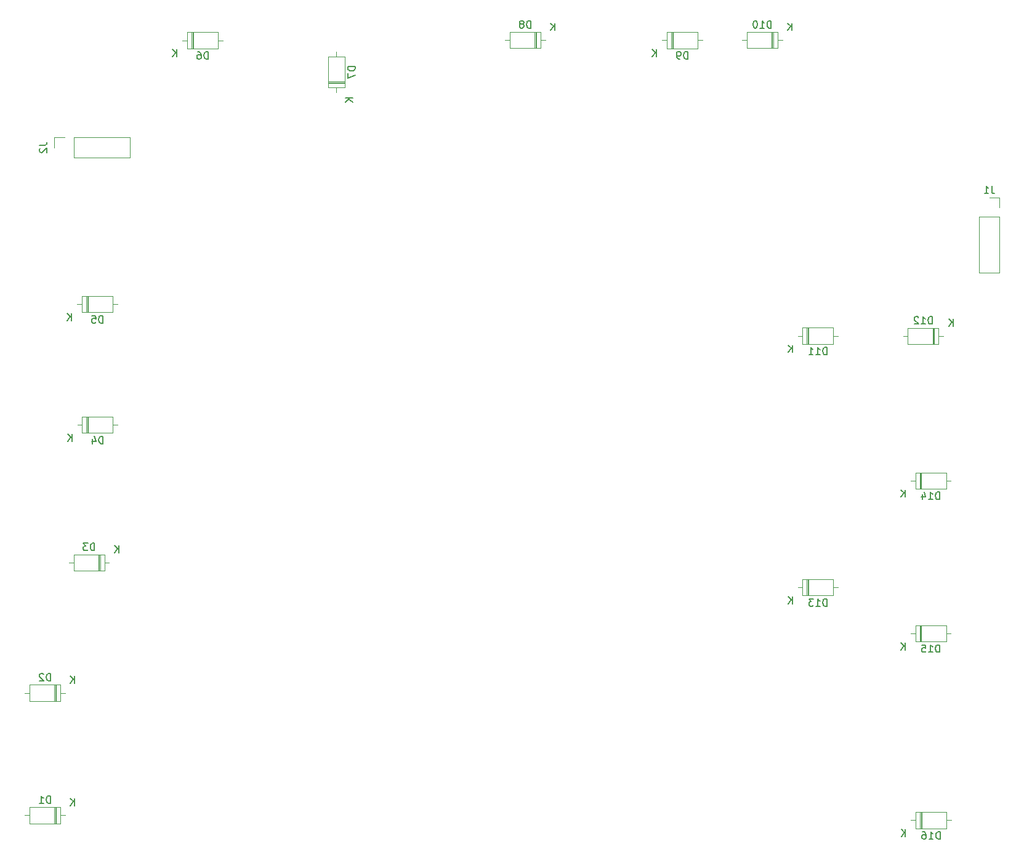
<source format=gbr>
%TF.GenerationSoftware,KiCad,Pcbnew,9.0.3*%
%TF.CreationDate,2025-07-23T10:01:10-06:00*%
%TF.ProjectId,ARC-210-Master-Board,4152432d-3231-4302-9d4d-61737465722d,rev?*%
%TF.SameCoordinates,Original*%
%TF.FileFunction,Legend,Bot*%
%TF.FilePolarity,Positive*%
%FSLAX46Y46*%
G04 Gerber Fmt 4.6, Leading zero omitted, Abs format (unit mm)*
G04 Created by KiCad (PCBNEW 9.0.3) date 2025-07-23 10:01:10*
%MOMM*%
%LPD*%
G01*
G04 APERTURE LIST*
%ADD10C,0.150000*%
%ADD11C,0.120000*%
G04 APERTURE END LIST*
D10*
X191814285Y-74814819D02*
X191814285Y-73814819D01*
X191814285Y-73814819D02*
X191576190Y-73814819D01*
X191576190Y-73814819D02*
X191433333Y-73862438D01*
X191433333Y-73862438D02*
X191338095Y-73957676D01*
X191338095Y-73957676D02*
X191290476Y-74052914D01*
X191290476Y-74052914D02*
X191242857Y-74243390D01*
X191242857Y-74243390D02*
X191242857Y-74386247D01*
X191242857Y-74386247D02*
X191290476Y-74576723D01*
X191290476Y-74576723D02*
X191338095Y-74671961D01*
X191338095Y-74671961D02*
X191433333Y-74767200D01*
X191433333Y-74767200D02*
X191576190Y-74814819D01*
X191576190Y-74814819D02*
X191814285Y-74814819D01*
X190290476Y-74814819D02*
X190861904Y-74814819D01*
X190576190Y-74814819D02*
X190576190Y-73814819D01*
X190576190Y-73814819D02*
X190671428Y-73957676D01*
X190671428Y-73957676D02*
X190766666Y-74052914D01*
X190766666Y-74052914D02*
X190861904Y-74100533D01*
X189338095Y-74814819D02*
X189909523Y-74814819D01*
X189623809Y-74814819D02*
X189623809Y-73814819D01*
X189623809Y-73814819D02*
X189719047Y-73957676D01*
X189719047Y-73957676D02*
X189814285Y-74052914D01*
X189814285Y-74052914D02*
X189909523Y-74100533D01*
X187051904Y-74494819D02*
X187051904Y-73494819D01*
X186480476Y-74494819D02*
X186909047Y-73923390D01*
X186480476Y-73494819D02*
X187051904Y-74066247D01*
X207374285Y-141424819D02*
X207374285Y-140424819D01*
X207374285Y-140424819D02*
X207136190Y-140424819D01*
X207136190Y-140424819D02*
X206993333Y-140472438D01*
X206993333Y-140472438D02*
X206898095Y-140567676D01*
X206898095Y-140567676D02*
X206850476Y-140662914D01*
X206850476Y-140662914D02*
X206802857Y-140853390D01*
X206802857Y-140853390D02*
X206802857Y-140996247D01*
X206802857Y-140996247D02*
X206850476Y-141186723D01*
X206850476Y-141186723D02*
X206898095Y-141281961D01*
X206898095Y-141281961D02*
X206993333Y-141377200D01*
X206993333Y-141377200D02*
X207136190Y-141424819D01*
X207136190Y-141424819D02*
X207374285Y-141424819D01*
X205850476Y-141424819D02*
X206421904Y-141424819D01*
X206136190Y-141424819D02*
X206136190Y-140424819D01*
X206136190Y-140424819D02*
X206231428Y-140567676D01*
X206231428Y-140567676D02*
X206326666Y-140662914D01*
X206326666Y-140662914D02*
X206421904Y-140710533D01*
X204993333Y-140424819D02*
X205183809Y-140424819D01*
X205183809Y-140424819D02*
X205279047Y-140472438D01*
X205279047Y-140472438D02*
X205326666Y-140520057D01*
X205326666Y-140520057D02*
X205421904Y-140662914D01*
X205421904Y-140662914D02*
X205469523Y-140853390D01*
X205469523Y-140853390D02*
X205469523Y-141234342D01*
X205469523Y-141234342D02*
X205421904Y-141329580D01*
X205421904Y-141329580D02*
X205374285Y-141377200D01*
X205374285Y-141377200D02*
X205279047Y-141424819D01*
X205279047Y-141424819D02*
X205088571Y-141424819D01*
X205088571Y-141424819D02*
X204993333Y-141377200D01*
X204993333Y-141377200D02*
X204945714Y-141329580D01*
X204945714Y-141329580D02*
X204898095Y-141234342D01*
X204898095Y-141234342D02*
X204898095Y-140996247D01*
X204898095Y-140996247D02*
X204945714Y-140901009D01*
X204945714Y-140901009D02*
X204993333Y-140853390D01*
X204993333Y-140853390D02*
X205088571Y-140805771D01*
X205088571Y-140805771D02*
X205279047Y-140805771D01*
X205279047Y-140805771D02*
X205374285Y-140853390D01*
X205374285Y-140853390D02*
X205421904Y-140901009D01*
X205421904Y-140901009D02*
X205469523Y-140996247D01*
X202611904Y-141104819D02*
X202611904Y-140104819D01*
X202040476Y-141104819D02*
X202469047Y-140533390D01*
X202040476Y-140104819D02*
X202611904Y-140676247D01*
X172688094Y-34144819D02*
X172688094Y-33144819D01*
X172688094Y-33144819D02*
X172449999Y-33144819D01*
X172449999Y-33144819D02*
X172307142Y-33192438D01*
X172307142Y-33192438D02*
X172211904Y-33287676D01*
X172211904Y-33287676D02*
X172164285Y-33382914D01*
X172164285Y-33382914D02*
X172116666Y-33573390D01*
X172116666Y-33573390D02*
X172116666Y-33716247D01*
X172116666Y-33716247D02*
X172164285Y-33906723D01*
X172164285Y-33906723D02*
X172211904Y-34001961D01*
X172211904Y-34001961D02*
X172307142Y-34097200D01*
X172307142Y-34097200D02*
X172449999Y-34144819D01*
X172449999Y-34144819D02*
X172688094Y-34144819D01*
X171640475Y-34144819D02*
X171449999Y-34144819D01*
X171449999Y-34144819D02*
X171354761Y-34097200D01*
X171354761Y-34097200D02*
X171307142Y-34049580D01*
X171307142Y-34049580D02*
X171211904Y-33906723D01*
X171211904Y-33906723D02*
X171164285Y-33716247D01*
X171164285Y-33716247D02*
X171164285Y-33335295D01*
X171164285Y-33335295D02*
X171211904Y-33240057D01*
X171211904Y-33240057D02*
X171259523Y-33192438D01*
X171259523Y-33192438D02*
X171354761Y-33144819D01*
X171354761Y-33144819D02*
X171545237Y-33144819D01*
X171545237Y-33144819D02*
X171640475Y-33192438D01*
X171640475Y-33192438D02*
X171688094Y-33240057D01*
X171688094Y-33240057D02*
X171735713Y-33335295D01*
X171735713Y-33335295D02*
X171735713Y-33573390D01*
X171735713Y-33573390D02*
X171688094Y-33668628D01*
X171688094Y-33668628D02*
X171640475Y-33716247D01*
X171640475Y-33716247D02*
X171545237Y-33763866D01*
X171545237Y-33763866D02*
X171354761Y-33763866D01*
X171354761Y-33763866D02*
X171259523Y-33716247D01*
X171259523Y-33716247D02*
X171211904Y-33668628D01*
X171211904Y-33668628D02*
X171164285Y-33573390D01*
X168401904Y-33824819D02*
X168401904Y-32824819D01*
X167830476Y-33824819D02*
X168259047Y-33253390D01*
X167830476Y-32824819D02*
X168401904Y-33396247D01*
X83574819Y-46006666D02*
X84289104Y-46006666D01*
X84289104Y-46006666D02*
X84431961Y-45959047D01*
X84431961Y-45959047D02*
X84527200Y-45863809D01*
X84527200Y-45863809D02*
X84574819Y-45720952D01*
X84574819Y-45720952D02*
X84574819Y-45625714D01*
X83670057Y-46435238D02*
X83622438Y-46482857D01*
X83622438Y-46482857D02*
X83574819Y-46578095D01*
X83574819Y-46578095D02*
X83574819Y-46816190D01*
X83574819Y-46816190D02*
X83622438Y-46911428D01*
X83622438Y-46911428D02*
X83670057Y-46959047D01*
X83670057Y-46959047D02*
X83765295Y-47006666D01*
X83765295Y-47006666D02*
X83860533Y-47006666D01*
X83860533Y-47006666D02*
X84003390Y-46959047D01*
X84003390Y-46959047D02*
X84574819Y-46387619D01*
X84574819Y-46387619D02*
X84574819Y-47006666D01*
X207324285Y-115734819D02*
X207324285Y-114734819D01*
X207324285Y-114734819D02*
X207086190Y-114734819D01*
X207086190Y-114734819D02*
X206943333Y-114782438D01*
X206943333Y-114782438D02*
X206848095Y-114877676D01*
X206848095Y-114877676D02*
X206800476Y-114972914D01*
X206800476Y-114972914D02*
X206752857Y-115163390D01*
X206752857Y-115163390D02*
X206752857Y-115306247D01*
X206752857Y-115306247D02*
X206800476Y-115496723D01*
X206800476Y-115496723D02*
X206848095Y-115591961D01*
X206848095Y-115591961D02*
X206943333Y-115687200D01*
X206943333Y-115687200D02*
X207086190Y-115734819D01*
X207086190Y-115734819D02*
X207324285Y-115734819D01*
X205800476Y-115734819D02*
X206371904Y-115734819D01*
X206086190Y-115734819D02*
X206086190Y-114734819D01*
X206086190Y-114734819D02*
X206181428Y-114877676D01*
X206181428Y-114877676D02*
X206276666Y-114972914D01*
X206276666Y-114972914D02*
X206371904Y-115020533D01*
X204895714Y-114734819D02*
X205371904Y-114734819D01*
X205371904Y-114734819D02*
X205419523Y-115211009D01*
X205419523Y-115211009D02*
X205371904Y-115163390D01*
X205371904Y-115163390D02*
X205276666Y-115115771D01*
X205276666Y-115115771D02*
X205038571Y-115115771D01*
X205038571Y-115115771D02*
X204943333Y-115163390D01*
X204943333Y-115163390D02*
X204895714Y-115211009D01*
X204895714Y-115211009D02*
X204848095Y-115306247D01*
X204848095Y-115306247D02*
X204848095Y-115544342D01*
X204848095Y-115544342D02*
X204895714Y-115639580D01*
X204895714Y-115639580D02*
X204943333Y-115687200D01*
X204943333Y-115687200D02*
X205038571Y-115734819D01*
X205038571Y-115734819D02*
X205276666Y-115734819D01*
X205276666Y-115734819D02*
X205371904Y-115687200D01*
X205371904Y-115687200D02*
X205419523Y-115639580D01*
X202561904Y-115414819D02*
X202561904Y-114414819D01*
X201990476Y-115414819D02*
X202419047Y-114843390D01*
X201990476Y-114414819D02*
X202561904Y-114986247D01*
X91108094Y-101754819D02*
X91108094Y-100754819D01*
X91108094Y-100754819D02*
X90869999Y-100754819D01*
X90869999Y-100754819D02*
X90727142Y-100802438D01*
X90727142Y-100802438D02*
X90631904Y-100897676D01*
X90631904Y-100897676D02*
X90584285Y-100992914D01*
X90584285Y-100992914D02*
X90536666Y-101183390D01*
X90536666Y-101183390D02*
X90536666Y-101326247D01*
X90536666Y-101326247D02*
X90584285Y-101516723D01*
X90584285Y-101516723D02*
X90631904Y-101611961D01*
X90631904Y-101611961D02*
X90727142Y-101707200D01*
X90727142Y-101707200D02*
X90869999Y-101754819D01*
X90869999Y-101754819D02*
X91108094Y-101754819D01*
X90203332Y-100754819D02*
X89584285Y-100754819D01*
X89584285Y-100754819D02*
X89917618Y-101135771D01*
X89917618Y-101135771D02*
X89774761Y-101135771D01*
X89774761Y-101135771D02*
X89679523Y-101183390D01*
X89679523Y-101183390D02*
X89631904Y-101231009D01*
X89631904Y-101231009D02*
X89584285Y-101326247D01*
X89584285Y-101326247D02*
X89584285Y-101564342D01*
X89584285Y-101564342D02*
X89631904Y-101659580D01*
X89631904Y-101659580D02*
X89679523Y-101707200D01*
X89679523Y-101707200D02*
X89774761Y-101754819D01*
X89774761Y-101754819D02*
X90060475Y-101754819D01*
X90060475Y-101754819D02*
X90155713Y-101707200D01*
X90155713Y-101707200D02*
X90203332Y-101659580D01*
X94441904Y-102074819D02*
X94441904Y-101074819D01*
X93870476Y-102074819D02*
X94299047Y-101503390D01*
X93870476Y-101074819D02*
X94441904Y-101646247D01*
X214483333Y-51644819D02*
X214483333Y-52359104D01*
X214483333Y-52359104D02*
X214530952Y-52501961D01*
X214530952Y-52501961D02*
X214626190Y-52597200D01*
X214626190Y-52597200D02*
X214769047Y-52644819D01*
X214769047Y-52644819D02*
X214864285Y-52644819D01*
X213483333Y-52644819D02*
X214054761Y-52644819D01*
X213769047Y-52644819D02*
X213769047Y-51644819D01*
X213769047Y-51644819D02*
X213864285Y-51787676D01*
X213864285Y-51787676D02*
X213959523Y-51882914D01*
X213959523Y-51882914D02*
X214054761Y-51930533D01*
X184154285Y-29894819D02*
X184154285Y-28894819D01*
X184154285Y-28894819D02*
X183916190Y-28894819D01*
X183916190Y-28894819D02*
X183773333Y-28942438D01*
X183773333Y-28942438D02*
X183678095Y-29037676D01*
X183678095Y-29037676D02*
X183630476Y-29132914D01*
X183630476Y-29132914D02*
X183582857Y-29323390D01*
X183582857Y-29323390D02*
X183582857Y-29466247D01*
X183582857Y-29466247D02*
X183630476Y-29656723D01*
X183630476Y-29656723D02*
X183678095Y-29751961D01*
X183678095Y-29751961D02*
X183773333Y-29847200D01*
X183773333Y-29847200D02*
X183916190Y-29894819D01*
X183916190Y-29894819D02*
X184154285Y-29894819D01*
X182630476Y-29894819D02*
X183201904Y-29894819D01*
X182916190Y-29894819D02*
X182916190Y-28894819D01*
X182916190Y-28894819D02*
X183011428Y-29037676D01*
X183011428Y-29037676D02*
X183106666Y-29132914D01*
X183106666Y-29132914D02*
X183201904Y-29180533D01*
X182011428Y-28894819D02*
X181916190Y-28894819D01*
X181916190Y-28894819D02*
X181820952Y-28942438D01*
X181820952Y-28942438D02*
X181773333Y-28990057D01*
X181773333Y-28990057D02*
X181725714Y-29085295D01*
X181725714Y-29085295D02*
X181678095Y-29275771D01*
X181678095Y-29275771D02*
X181678095Y-29513866D01*
X181678095Y-29513866D02*
X181725714Y-29704342D01*
X181725714Y-29704342D02*
X181773333Y-29799580D01*
X181773333Y-29799580D02*
X181820952Y-29847200D01*
X181820952Y-29847200D02*
X181916190Y-29894819D01*
X181916190Y-29894819D02*
X182011428Y-29894819D01*
X182011428Y-29894819D02*
X182106666Y-29847200D01*
X182106666Y-29847200D02*
X182154285Y-29799580D01*
X182154285Y-29799580D02*
X182201904Y-29704342D01*
X182201904Y-29704342D02*
X182249523Y-29513866D01*
X182249523Y-29513866D02*
X182249523Y-29275771D01*
X182249523Y-29275771D02*
X182201904Y-29085295D01*
X182201904Y-29085295D02*
X182154285Y-28990057D01*
X182154285Y-28990057D02*
X182106666Y-28942438D01*
X182106666Y-28942438D02*
X182011428Y-28894819D01*
X187011904Y-30214819D02*
X187011904Y-29214819D01*
X186440476Y-30214819D02*
X186869047Y-29643390D01*
X186440476Y-29214819D02*
X187011904Y-29786247D01*
X92278094Y-87044819D02*
X92278094Y-86044819D01*
X92278094Y-86044819D02*
X92039999Y-86044819D01*
X92039999Y-86044819D02*
X91897142Y-86092438D01*
X91897142Y-86092438D02*
X91801904Y-86187676D01*
X91801904Y-86187676D02*
X91754285Y-86282914D01*
X91754285Y-86282914D02*
X91706666Y-86473390D01*
X91706666Y-86473390D02*
X91706666Y-86616247D01*
X91706666Y-86616247D02*
X91754285Y-86806723D01*
X91754285Y-86806723D02*
X91801904Y-86901961D01*
X91801904Y-86901961D02*
X91897142Y-86997200D01*
X91897142Y-86997200D02*
X92039999Y-87044819D01*
X92039999Y-87044819D02*
X92278094Y-87044819D01*
X90849523Y-86378152D02*
X90849523Y-87044819D01*
X91087618Y-85997200D02*
X91325713Y-86711485D01*
X91325713Y-86711485D02*
X90706666Y-86711485D01*
X87991904Y-86724819D02*
X87991904Y-85724819D01*
X87420476Y-86724819D02*
X87849047Y-86153390D01*
X87420476Y-85724819D02*
X87991904Y-86296247D01*
X85048094Y-136504819D02*
X85048094Y-135504819D01*
X85048094Y-135504819D02*
X84809999Y-135504819D01*
X84809999Y-135504819D02*
X84667142Y-135552438D01*
X84667142Y-135552438D02*
X84571904Y-135647676D01*
X84571904Y-135647676D02*
X84524285Y-135742914D01*
X84524285Y-135742914D02*
X84476666Y-135933390D01*
X84476666Y-135933390D02*
X84476666Y-136076247D01*
X84476666Y-136076247D02*
X84524285Y-136266723D01*
X84524285Y-136266723D02*
X84571904Y-136361961D01*
X84571904Y-136361961D02*
X84667142Y-136457200D01*
X84667142Y-136457200D02*
X84809999Y-136504819D01*
X84809999Y-136504819D02*
X85048094Y-136504819D01*
X83524285Y-136504819D02*
X84095713Y-136504819D01*
X83809999Y-136504819D02*
X83809999Y-135504819D01*
X83809999Y-135504819D02*
X83905237Y-135647676D01*
X83905237Y-135647676D02*
X84000475Y-135742914D01*
X84000475Y-135742914D02*
X84095713Y-135790533D01*
X88381904Y-136824819D02*
X88381904Y-135824819D01*
X87810476Y-136824819D02*
X88239047Y-136253390D01*
X87810476Y-135824819D02*
X88381904Y-136396247D01*
X106728094Y-34164819D02*
X106728094Y-33164819D01*
X106728094Y-33164819D02*
X106489999Y-33164819D01*
X106489999Y-33164819D02*
X106347142Y-33212438D01*
X106347142Y-33212438D02*
X106251904Y-33307676D01*
X106251904Y-33307676D02*
X106204285Y-33402914D01*
X106204285Y-33402914D02*
X106156666Y-33593390D01*
X106156666Y-33593390D02*
X106156666Y-33736247D01*
X106156666Y-33736247D02*
X106204285Y-33926723D01*
X106204285Y-33926723D02*
X106251904Y-34021961D01*
X106251904Y-34021961D02*
X106347142Y-34117200D01*
X106347142Y-34117200D02*
X106489999Y-34164819D01*
X106489999Y-34164819D02*
X106728094Y-34164819D01*
X105299523Y-33164819D02*
X105489999Y-33164819D01*
X105489999Y-33164819D02*
X105585237Y-33212438D01*
X105585237Y-33212438D02*
X105632856Y-33260057D01*
X105632856Y-33260057D02*
X105728094Y-33402914D01*
X105728094Y-33402914D02*
X105775713Y-33593390D01*
X105775713Y-33593390D02*
X105775713Y-33974342D01*
X105775713Y-33974342D02*
X105728094Y-34069580D01*
X105728094Y-34069580D02*
X105680475Y-34117200D01*
X105680475Y-34117200D02*
X105585237Y-34164819D01*
X105585237Y-34164819D02*
X105394761Y-34164819D01*
X105394761Y-34164819D02*
X105299523Y-34117200D01*
X105299523Y-34117200D02*
X105251904Y-34069580D01*
X105251904Y-34069580D02*
X105204285Y-33974342D01*
X105204285Y-33974342D02*
X105204285Y-33736247D01*
X105204285Y-33736247D02*
X105251904Y-33641009D01*
X105251904Y-33641009D02*
X105299523Y-33593390D01*
X105299523Y-33593390D02*
X105394761Y-33545771D01*
X105394761Y-33545771D02*
X105585237Y-33545771D01*
X105585237Y-33545771D02*
X105680475Y-33593390D01*
X105680475Y-33593390D02*
X105728094Y-33641009D01*
X105728094Y-33641009D02*
X105775713Y-33736247D01*
X102441904Y-33844819D02*
X102441904Y-32844819D01*
X101870476Y-33844819D02*
X102299047Y-33273390D01*
X101870476Y-32844819D02*
X102441904Y-33416247D01*
X92248094Y-70454819D02*
X92248094Y-69454819D01*
X92248094Y-69454819D02*
X92009999Y-69454819D01*
X92009999Y-69454819D02*
X91867142Y-69502438D01*
X91867142Y-69502438D02*
X91771904Y-69597676D01*
X91771904Y-69597676D02*
X91724285Y-69692914D01*
X91724285Y-69692914D02*
X91676666Y-69883390D01*
X91676666Y-69883390D02*
X91676666Y-70026247D01*
X91676666Y-70026247D02*
X91724285Y-70216723D01*
X91724285Y-70216723D02*
X91771904Y-70311961D01*
X91771904Y-70311961D02*
X91867142Y-70407200D01*
X91867142Y-70407200D02*
X92009999Y-70454819D01*
X92009999Y-70454819D02*
X92248094Y-70454819D01*
X90771904Y-69454819D02*
X91248094Y-69454819D01*
X91248094Y-69454819D02*
X91295713Y-69931009D01*
X91295713Y-69931009D02*
X91248094Y-69883390D01*
X91248094Y-69883390D02*
X91152856Y-69835771D01*
X91152856Y-69835771D02*
X90914761Y-69835771D01*
X90914761Y-69835771D02*
X90819523Y-69883390D01*
X90819523Y-69883390D02*
X90771904Y-69931009D01*
X90771904Y-69931009D02*
X90724285Y-70026247D01*
X90724285Y-70026247D02*
X90724285Y-70264342D01*
X90724285Y-70264342D02*
X90771904Y-70359580D01*
X90771904Y-70359580D02*
X90819523Y-70407200D01*
X90819523Y-70407200D02*
X90914761Y-70454819D01*
X90914761Y-70454819D02*
X91152856Y-70454819D01*
X91152856Y-70454819D02*
X91248094Y-70407200D01*
X91248094Y-70407200D02*
X91295713Y-70359580D01*
X87961904Y-70134819D02*
X87961904Y-69134819D01*
X87390476Y-70134819D02*
X87819047Y-69563390D01*
X87390476Y-69134819D02*
X87961904Y-69706247D01*
X126954819Y-35221905D02*
X125954819Y-35221905D01*
X125954819Y-35221905D02*
X125954819Y-35460000D01*
X125954819Y-35460000D02*
X126002438Y-35602857D01*
X126002438Y-35602857D02*
X126097676Y-35698095D01*
X126097676Y-35698095D02*
X126192914Y-35745714D01*
X126192914Y-35745714D02*
X126383390Y-35793333D01*
X126383390Y-35793333D02*
X126526247Y-35793333D01*
X126526247Y-35793333D02*
X126716723Y-35745714D01*
X126716723Y-35745714D02*
X126811961Y-35698095D01*
X126811961Y-35698095D02*
X126907200Y-35602857D01*
X126907200Y-35602857D02*
X126954819Y-35460000D01*
X126954819Y-35460000D02*
X126954819Y-35221905D01*
X125954819Y-36126667D02*
X125954819Y-36793333D01*
X125954819Y-36793333D02*
X126954819Y-36364762D01*
X126634819Y-39508095D02*
X125634819Y-39508095D01*
X126634819Y-40079523D02*
X126063390Y-39650952D01*
X125634819Y-40079523D02*
X126206247Y-39508095D01*
X191814285Y-109394819D02*
X191814285Y-108394819D01*
X191814285Y-108394819D02*
X191576190Y-108394819D01*
X191576190Y-108394819D02*
X191433333Y-108442438D01*
X191433333Y-108442438D02*
X191338095Y-108537676D01*
X191338095Y-108537676D02*
X191290476Y-108632914D01*
X191290476Y-108632914D02*
X191242857Y-108823390D01*
X191242857Y-108823390D02*
X191242857Y-108966247D01*
X191242857Y-108966247D02*
X191290476Y-109156723D01*
X191290476Y-109156723D02*
X191338095Y-109251961D01*
X191338095Y-109251961D02*
X191433333Y-109347200D01*
X191433333Y-109347200D02*
X191576190Y-109394819D01*
X191576190Y-109394819D02*
X191814285Y-109394819D01*
X190290476Y-109394819D02*
X190861904Y-109394819D01*
X190576190Y-109394819D02*
X190576190Y-108394819D01*
X190576190Y-108394819D02*
X190671428Y-108537676D01*
X190671428Y-108537676D02*
X190766666Y-108632914D01*
X190766666Y-108632914D02*
X190861904Y-108680533D01*
X189957142Y-108394819D02*
X189338095Y-108394819D01*
X189338095Y-108394819D02*
X189671428Y-108775771D01*
X189671428Y-108775771D02*
X189528571Y-108775771D01*
X189528571Y-108775771D02*
X189433333Y-108823390D01*
X189433333Y-108823390D02*
X189385714Y-108871009D01*
X189385714Y-108871009D02*
X189338095Y-108966247D01*
X189338095Y-108966247D02*
X189338095Y-109204342D01*
X189338095Y-109204342D02*
X189385714Y-109299580D01*
X189385714Y-109299580D02*
X189433333Y-109347200D01*
X189433333Y-109347200D02*
X189528571Y-109394819D01*
X189528571Y-109394819D02*
X189814285Y-109394819D01*
X189814285Y-109394819D02*
X189909523Y-109347200D01*
X189909523Y-109347200D02*
X189957142Y-109299580D01*
X187051904Y-109074819D02*
X187051904Y-108074819D01*
X186480476Y-109074819D02*
X186909047Y-108503390D01*
X186480476Y-108074819D02*
X187051904Y-108646247D01*
X206294285Y-70594819D02*
X206294285Y-69594819D01*
X206294285Y-69594819D02*
X206056190Y-69594819D01*
X206056190Y-69594819D02*
X205913333Y-69642438D01*
X205913333Y-69642438D02*
X205818095Y-69737676D01*
X205818095Y-69737676D02*
X205770476Y-69832914D01*
X205770476Y-69832914D02*
X205722857Y-70023390D01*
X205722857Y-70023390D02*
X205722857Y-70166247D01*
X205722857Y-70166247D02*
X205770476Y-70356723D01*
X205770476Y-70356723D02*
X205818095Y-70451961D01*
X205818095Y-70451961D02*
X205913333Y-70547200D01*
X205913333Y-70547200D02*
X206056190Y-70594819D01*
X206056190Y-70594819D02*
X206294285Y-70594819D01*
X204770476Y-70594819D02*
X205341904Y-70594819D01*
X205056190Y-70594819D02*
X205056190Y-69594819D01*
X205056190Y-69594819D02*
X205151428Y-69737676D01*
X205151428Y-69737676D02*
X205246666Y-69832914D01*
X205246666Y-69832914D02*
X205341904Y-69880533D01*
X204389523Y-69690057D02*
X204341904Y-69642438D01*
X204341904Y-69642438D02*
X204246666Y-69594819D01*
X204246666Y-69594819D02*
X204008571Y-69594819D01*
X204008571Y-69594819D02*
X203913333Y-69642438D01*
X203913333Y-69642438D02*
X203865714Y-69690057D01*
X203865714Y-69690057D02*
X203818095Y-69785295D01*
X203818095Y-69785295D02*
X203818095Y-69880533D01*
X203818095Y-69880533D02*
X203865714Y-70023390D01*
X203865714Y-70023390D02*
X204437142Y-70594819D01*
X204437142Y-70594819D02*
X203818095Y-70594819D01*
X209151904Y-70914819D02*
X209151904Y-69914819D01*
X208580476Y-70914819D02*
X209009047Y-70343390D01*
X208580476Y-69914819D02*
X209151904Y-70486247D01*
X85048094Y-119674819D02*
X85048094Y-118674819D01*
X85048094Y-118674819D02*
X84809999Y-118674819D01*
X84809999Y-118674819D02*
X84667142Y-118722438D01*
X84667142Y-118722438D02*
X84571904Y-118817676D01*
X84571904Y-118817676D02*
X84524285Y-118912914D01*
X84524285Y-118912914D02*
X84476666Y-119103390D01*
X84476666Y-119103390D02*
X84476666Y-119246247D01*
X84476666Y-119246247D02*
X84524285Y-119436723D01*
X84524285Y-119436723D02*
X84571904Y-119531961D01*
X84571904Y-119531961D02*
X84667142Y-119627200D01*
X84667142Y-119627200D02*
X84809999Y-119674819D01*
X84809999Y-119674819D02*
X85048094Y-119674819D01*
X84095713Y-118770057D02*
X84048094Y-118722438D01*
X84048094Y-118722438D02*
X83952856Y-118674819D01*
X83952856Y-118674819D02*
X83714761Y-118674819D01*
X83714761Y-118674819D02*
X83619523Y-118722438D01*
X83619523Y-118722438D02*
X83571904Y-118770057D01*
X83571904Y-118770057D02*
X83524285Y-118865295D01*
X83524285Y-118865295D02*
X83524285Y-118960533D01*
X83524285Y-118960533D02*
X83571904Y-119103390D01*
X83571904Y-119103390D02*
X84143332Y-119674819D01*
X84143332Y-119674819D02*
X83524285Y-119674819D01*
X88381904Y-119994819D02*
X88381904Y-118994819D01*
X87810476Y-119994819D02*
X88239047Y-119423390D01*
X87810476Y-118994819D02*
X88381904Y-119566247D01*
X207324285Y-94724819D02*
X207324285Y-93724819D01*
X207324285Y-93724819D02*
X207086190Y-93724819D01*
X207086190Y-93724819D02*
X206943333Y-93772438D01*
X206943333Y-93772438D02*
X206848095Y-93867676D01*
X206848095Y-93867676D02*
X206800476Y-93962914D01*
X206800476Y-93962914D02*
X206752857Y-94153390D01*
X206752857Y-94153390D02*
X206752857Y-94296247D01*
X206752857Y-94296247D02*
X206800476Y-94486723D01*
X206800476Y-94486723D02*
X206848095Y-94581961D01*
X206848095Y-94581961D02*
X206943333Y-94677200D01*
X206943333Y-94677200D02*
X207086190Y-94724819D01*
X207086190Y-94724819D02*
X207324285Y-94724819D01*
X205800476Y-94724819D02*
X206371904Y-94724819D01*
X206086190Y-94724819D02*
X206086190Y-93724819D01*
X206086190Y-93724819D02*
X206181428Y-93867676D01*
X206181428Y-93867676D02*
X206276666Y-93962914D01*
X206276666Y-93962914D02*
X206371904Y-94010533D01*
X204943333Y-94058152D02*
X204943333Y-94724819D01*
X205181428Y-93677200D02*
X205419523Y-94391485D01*
X205419523Y-94391485D02*
X204800476Y-94391485D01*
X202561904Y-94404819D02*
X202561904Y-93404819D01*
X201990476Y-94404819D02*
X202419047Y-93833390D01*
X201990476Y-93404819D02*
X202561904Y-93976247D01*
X151088094Y-29894819D02*
X151088094Y-28894819D01*
X151088094Y-28894819D02*
X150849999Y-28894819D01*
X150849999Y-28894819D02*
X150707142Y-28942438D01*
X150707142Y-28942438D02*
X150611904Y-29037676D01*
X150611904Y-29037676D02*
X150564285Y-29132914D01*
X150564285Y-29132914D02*
X150516666Y-29323390D01*
X150516666Y-29323390D02*
X150516666Y-29466247D01*
X150516666Y-29466247D02*
X150564285Y-29656723D01*
X150564285Y-29656723D02*
X150611904Y-29751961D01*
X150611904Y-29751961D02*
X150707142Y-29847200D01*
X150707142Y-29847200D02*
X150849999Y-29894819D01*
X150849999Y-29894819D02*
X151088094Y-29894819D01*
X149945237Y-29323390D02*
X150040475Y-29275771D01*
X150040475Y-29275771D02*
X150088094Y-29228152D01*
X150088094Y-29228152D02*
X150135713Y-29132914D01*
X150135713Y-29132914D02*
X150135713Y-29085295D01*
X150135713Y-29085295D02*
X150088094Y-28990057D01*
X150088094Y-28990057D02*
X150040475Y-28942438D01*
X150040475Y-28942438D02*
X149945237Y-28894819D01*
X149945237Y-28894819D02*
X149754761Y-28894819D01*
X149754761Y-28894819D02*
X149659523Y-28942438D01*
X149659523Y-28942438D02*
X149611904Y-28990057D01*
X149611904Y-28990057D02*
X149564285Y-29085295D01*
X149564285Y-29085295D02*
X149564285Y-29132914D01*
X149564285Y-29132914D02*
X149611904Y-29228152D01*
X149611904Y-29228152D02*
X149659523Y-29275771D01*
X149659523Y-29275771D02*
X149754761Y-29323390D01*
X149754761Y-29323390D02*
X149945237Y-29323390D01*
X149945237Y-29323390D02*
X150040475Y-29371009D01*
X150040475Y-29371009D02*
X150088094Y-29418628D01*
X150088094Y-29418628D02*
X150135713Y-29513866D01*
X150135713Y-29513866D02*
X150135713Y-29704342D01*
X150135713Y-29704342D02*
X150088094Y-29799580D01*
X150088094Y-29799580D02*
X150040475Y-29847200D01*
X150040475Y-29847200D02*
X149945237Y-29894819D01*
X149945237Y-29894819D02*
X149754761Y-29894819D01*
X149754761Y-29894819D02*
X149659523Y-29847200D01*
X149659523Y-29847200D02*
X149611904Y-29799580D01*
X149611904Y-29799580D02*
X149564285Y-29704342D01*
X149564285Y-29704342D02*
X149564285Y-29513866D01*
X149564285Y-29513866D02*
X149611904Y-29418628D01*
X149611904Y-29418628D02*
X149659523Y-29371009D01*
X149659523Y-29371009D02*
X149754761Y-29323390D01*
X154421904Y-30214819D02*
X154421904Y-29214819D01*
X153850476Y-30214819D02*
X154279047Y-29643390D01*
X153850476Y-29214819D02*
X154421904Y-29786247D01*
D11*
%TO.C,D11*%
X187830000Y-72240000D02*
X188480000Y-72240000D01*
X189080000Y-73360000D02*
X189080000Y-71120000D01*
X189200000Y-73360000D02*
X189200000Y-71120000D01*
X189320000Y-73360000D02*
X189320000Y-71120000D01*
X193370000Y-72240000D02*
X192720000Y-72240000D01*
X188480000Y-73360000D02*
X192720000Y-73360000D01*
X192720000Y-71120000D01*
X188480000Y-71120000D01*
X188480000Y-73360000D01*
%TO.C,D16*%
X203390000Y-138850000D02*
X204040000Y-138850000D01*
X204640000Y-139970000D02*
X204640000Y-137730000D01*
X204760000Y-139970000D02*
X204760000Y-137730000D01*
X204880000Y-139970000D02*
X204880000Y-137730000D01*
X208930000Y-138850000D02*
X208280000Y-138850000D01*
X204040000Y-139970000D02*
X208280000Y-139970000D01*
X208280000Y-137730000D01*
X204040000Y-137730000D01*
X204040000Y-139970000D01*
%TO.C,D9*%
X169180000Y-31570000D02*
X169830000Y-31570000D01*
X170430000Y-32690000D02*
X170430000Y-30450000D01*
X170550000Y-32690000D02*
X170550000Y-30450000D01*
X170670000Y-32690000D02*
X170670000Y-30450000D01*
X174720000Y-31570000D02*
X174070000Y-31570000D01*
X169830000Y-32690000D02*
X174070000Y-32690000D01*
X174070000Y-30450000D01*
X169830000Y-30450000D01*
X169830000Y-32690000D01*
%TO.C,J2*%
X85610000Y-44960000D02*
X85610000Y-46340000D01*
X86990000Y-44960000D02*
X85610000Y-44960000D01*
X88260000Y-44960000D02*
X88260000Y-47720000D01*
X88260000Y-44960000D02*
X95990000Y-44960000D01*
X88260000Y-47720000D02*
X95990000Y-47720000D01*
X95990000Y-44960000D02*
X95990000Y-47720000D01*
%TO.C,D15*%
X203340000Y-113160000D02*
X203990000Y-113160000D01*
X204590000Y-114280000D02*
X204590000Y-112040000D01*
X204710000Y-114280000D02*
X204710000Y-112040000D01*
X204830000Y-114280000D02*
X204830000Y-112040000D01*
X208880000Y-113160000D02*
X208230000Y-113160000D01*
X203990000Y-114280000D02*
X208230000Y-114280000D01*
X208230000Y-112040000D01*
X203990000Y-112040000D01*
X203990000Y-114280000D01*
%TO.C,D3*%
X87600000Y-103420000D02*
X88250000Y-103420000D01*
X91650000Y-102300000D02*
X91650000Y-104540000D01*
X91770000Y-102300000D02*
X91770000Y-104540000D01*
X91890000Y-102300000D02*
X91890000Y-104540000D01*
X93140000Y-103420000D02*
X92490000Y-103420000D01*
X92490000Y-102300000D02*
X88250000Y-102300000D01*
X88250000Y-104540000D01*
X92490000Y-104540000D01*
X92490000Y-102300000D01*
%TO.C,J1*%
X212770000Y-55840000D02*
X212770000Y-63570000D01*
X215530000Y-53190000D02*
X214150000Y-53190000D01*
X215530000Y-54570000D02*
X215530000Y-53190000D01*
X215530000Y-55840000D02*
X212770000Y-55840000D01*
X215530000Y-55840000D02*
X215530000Y-63570000D01*
X215530000Y-63570000D02*
X212770000Y-63570000D01*
%TO.C,D10*%
X180170000Y-31560000D02*
X180820000Y-31560000D01*
X184220000Y-30440000D02*
X184220000Y-32680000D01*
X184340000Y-30440000D02*
X184340000Y-32680000D01*
X184460000Y-30440000D02*
X184460000Y-32680000D01*
X185710000Y-31560000D02*
X185060000Y-31560000D01*
X185060000Y-30440000D02*
X180820000Y-30440000D01*
X180820000Y-32680000D01*
X185060000Y-32680000D01*
X185060000Y-30440000D01*
%TO.C,D4*%
X88770000Y-84470000D02*
X89420000Y-84470000D01*
X90020000Y-85590000D02*
X90020000Y-83350000D01*
X90140000Y-85590000D02*
X90140000Y-83350000D01*
X90260000Y-85590000D02*
X90260000Y-83350000D01*
X94310000Y-84470000D02*
X93660000Y-84470000D01*
X89420000Y-85590000D02*
X93660000Y-85590000D01*
X93660000Y-83350000D01*
X89420000Y-83350000D01*
X89420000Y-85590000D01*
%TO.C,D1*%
X81540000Y-138170000D02*
X82190000Y-138170000D01*
X85590000Y-137050000D02*
X85590000Y-139290000D01*
X85710000Y-137050000D02*
X85710000Y-139290000D01*
X85830000Y-137050000D02*
X85830000Y-139290000D01*
X87080000Y-138170000D02*
X86430000Y-138170000D01*
X86430000Y-137050000D02*
X82190000Y-137050000D01*
X82190000Y-139290000D01*
X86430000Y-139290000D01*
X86430000Y-137050000D01*
%TO.C,D6*%
X103220000Y-31590000D02*
X103870000Y-31590000D01*
X104470000Y-32710000D02*
X104470000Y-30470000D01*
X104590000Y-32710000D02*
X104590000Y-30470000D01*
X104710000Y-32710000D02*
X104710000Y-30470000D01*
X108760000Y-31590000D02*
X108110000Y-31590000D01*
X103870000Y-32710000D02*
X108110000Y-32710000D01*
X108110000Y-30470000D01*
X103870000Y-30470000D01*
X103870000Y-32710000D01*
%TO.C,D5*%
X88740000Y-67880000D02*
X89390000Y-67880000D01*
X89990000Y-69000000D02*
X89990000Y-66760000D01*
X90110000Y-69000000D02*
X90110000Y-66760000D01*
X90230000Y-69000000D02*
X90230000Y-66760000D01*
X94280000Y-67880000D02*
X93630000Y-67880000D01*
X89390000Y-69000000D02*
X93630000Y-69000000D01*
X93630000Y-66760000D01*
X89390000Y-66760000D01*
X89390000Y-69000000D01*
%TO.C,D7*%
X124380000Y-33190000D02*
X124380000Y-33840000D01*
X124380000Y-38730000D02*
X124380000Y-38080000D01*
X125500000Y-37240000D02*
X123260000Y-37240000D01*
X125500000Y-37360000D02*
X123260000Y-37360000D01*
X125500000Y-37480000D02*
X123260000Y-37480000D01*
X125500000Y-38080000D02*
X123260000Y-38080000D01*
X123260000Y-33840000D01*
X125500000Y-33840000D01*
X125500000Y-38080000D01*
%TO.C,D13*%
X187830000Y-106820000D02*
X188480000Y-106820000D01*
X189080000Y-107940000D02*
X189080000Y-105700000D01*
X189200000Y-107940000D02*
X189200000Y-105700000D01*
X189320000Y-107940000D02*
X189320000Y-105700000D01*
X193370000Y-106820000D02*
X192720000Y-106820000D01*
X188480000Y-107940000D02*
X192720000Y-107940000D01*
X192720000Y-105700000D01*
X188480000Y-105700000D01*
X188480000Y-107940000D01*
%TO.C,D12*%
X202310000Y-72260000D02*
X202960000Y-72260000D01*
X206360000Y-71140000D02*
X206360000Y-73380000D01*
X206480000Y-71140000D02*
X206480000Y-73380000D01*
X206600000Y-71140000D02*
X206600000Y-73380000D01*
X207850000Y-72260000D02*
X207200000Y-72260000D01*
X207200000Y-71140000D02*
X202960000Y-71140000D01*
X202960000Y-73380000D01*
X207200000Y-73380000D01*
X207200000Y-71140000D01*
%TO.C,D2*%
X81540000Y-121340000D02*
X82190000Y-121340000D01*
X85590000Y-120220000D02*
X85590000Y-122460000D01*
X85710000Y-120220000D02*
X85710000Y-122460000D01*
X85830000Y-120220000D02*
X85830000Y-122460000D01*
X87080000Y-121340000D02*
X86430000Y-121340000D01*
X86430000Y-120220000D02*
X82190000Y-120220000D01*
X82190000Y-122460000D01*
X86430000Y-122460000D01*
X86430000Y-120220000D01*
%TO.C,D14*%
X203340000Y-92150000D02*
X203990000Y-92150000D01*
X204590000Y-93270000D02*
X204590000Y-91030000D01*
X204710000Y-93270000D02*
X204710000Y-91030000D01*
X204830000Y-93270000D02*
X204830000Y-91030000D01*
X208880000Y-92150000D02*
X208230000Y-92150000D01*
X203990000Y-93270000D02*
X208230000Y-93270000D01*
X208230000Y-91030000D01*
X203990000Y-91030000D01*
X203990000Y-93270000D01*
%TO.C,D8*%
X147580000Y-31560000D02*
X148230000Y-31560000D01*
X151630000Y-30440000D02*
X151630000Y-32680000D01*
X151750000Y-30440000D02*
X151750000Y-32680000D01*
X151870000Y-30440000D02*
X151870000Y-32680000D01*
X153120000Y-31560000D02*
X152470000Y-31560000D01*
X152470000Y-30440000D02*
X148230000Y-30440000D01*
X148230000Y-32680000D01*
X152470000Y-32680000D01*
X152470000Y-30440000D01*
%TD*%
M02*

</source>
